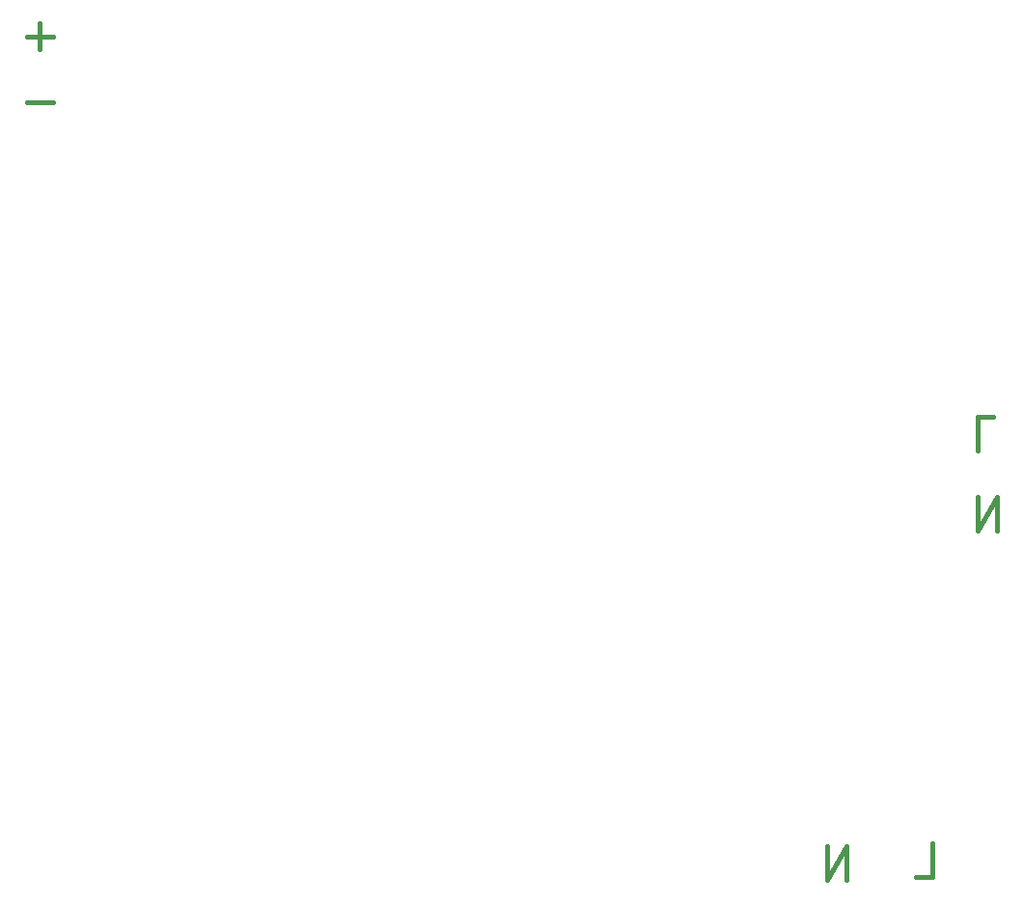
<source format=gbr>
%TF.GenerationSoftware,KiCad,Pcbnew,(6.0.9)*%
%TF.CreationDate,2022-11-24T17:37:49+02:00*%
%TF.ProjectId,pcb_heater_driver,7063625f-6865-4617-9465-725f64726976,rev?*%
%TF.SameCoordinates,Original*%
%TF.FileFunction,Legend,Bot*%
%TF.FilePolarity,Positive*%
%FSLAX46Y46*%
G04 Gerber Fmt 4.6, Leading zero omitted, Abs format (unit mm)*
G04 Created by KiCad (PCBNEW (6.0.9)) date 2022-11-24 17:37:49*
%MOMM*%
%LPD*%
G01*
G04 APERTURE LIST*
%ADD10C,0.400000*%
G04 APERTURE END LIST*
D10*
X205184471Y-123135534D02*
X205184471Y-126135534D01*
X206898756Y-123135534D01*
X206898756Y-126135534D01*
X213008749Y-125849819D02*
X214437321Y-125849819D01*
X214437321Y-122849819D01*
%TO.C,PS1*%
X218393844Y-92457853D02*
X218393844Y-95457853D01*
X220108129Y-92457853D01*
X220108129Y-95457853D01*
X134958129Y-52100710D02*
X137243844Y-52100710D01*
X136100987Y-50957853D02*
X136100987Y-53243567D01*
X219779558Y-85457853D02*
X218350987Y-85457853D01*
X218350987Y-88457853D01*
X134958129Y-57850710D02*
X137243844Y-57850710D01*
%TD*%
M02*

</source>
